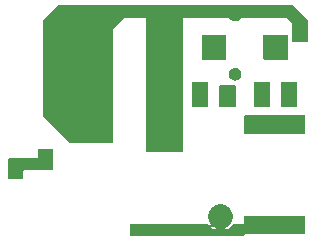
<source format=gbs>
%TF.GenerationSoftware,KiCad,Pcbnew,9.0.1-129-g6cd3a802a7*%
%TF.CreationDate,2025-04-11T10:19:03+02:00*%
%TF.ProjectId,LowCapacitanceProbe,4c6f7743-6170-4616-9369-74616e636550,1.0.0*%
%TF.SameCoordinates,PX58de3e8PY4a08a30*%
%TF.FileFunction,Soldermask,Bot*%
%TF.FilePolarity,Negative*%
%FSLAX45Y45*%
G04 Gerber Fmt 4.5, Leading zero omitted, Abs format (unit mm)*
G04 Created by KiCad (PCBNEW 9.0.1-129-g6cd3a802a7) date 2025-04-11 10:19:03*
%MOMM*%
%LPD*%
G01*
G04 APERTURE LIST*
G04 APERTURE END LIST*
G36*
X1840582Y266300D02*
G01*
X1841674Y266300D01*
X1845941Y265452D01*
X1855724Y263902D01*
X1858871Y262880D01*
X1861631Y262330D01*
X1865527Y260717D01*
X1871211Y258870D01*
X1876536Y256157D01*
X1880431Y254543D01*
X1882771Y252980D01*
X1885719Y251478D01*
X1893733Y245655D01*
X1897350Y243238D01*
X1898122Y242466D01*
X1898893Y241907D01*
X1910406Y230393D01*
X1910966Y229622D01*
X1911738Y228850D01*
X1914155Y225233D01*
X1919978Y217219D01*
X1921480Y214271D01*
X1923043Y211931D01*
X1924657Y208036D01*
X1927370Y202711D01*
X1929216Y197028D01*
X1930830Y193131D01*
X1931379Y190371D01*
X1932402Y187224D01*
X1933951Y177441D01*
X1934800Y173174D01*
X1934800Y172082D01*
X1934949Y171142D01*
X1934949Y154859D01*
X1934800Y153918D01*
X1934800Y152826D01*
X1933951Y148558D01*
X1932402Y138776D01*
X1931380Y135630D01*
X1930830Y132869D01*
X1929216Y128972D01*
X1927370Y123289D01*
X1924657Y117965D01*
X1923043Y114069D01*
X1921480Y111729D01*
X1919978Y108781D01*
X1914156Y100769D01*
X1911738Y97150D01*
X1910966Y96378D01*
X1910406Y95607D01*
X1898893Y84094D01*
X1898122Y83534D01*
X1897350Y82762D01*
X1893732Y80344D01*
X1885719Y74522D01*
X1882771Y73020D01*
X1880431Y71457D01*
X1876536Y69843D01*
X1870624Y66831D01*
X1874305Y51500D01*
X1894569Y51500D01*
X1898244Y53022D01*
X1942180Y96958D01*
X1942180Y96959D01*
X1943111Y97889D01*
X1945521Y98888D01*
X1946265Y99317D01*
X1946695Y99374D01*
X1947000Y99500D01*
X2023000Y99500D01*
X2025412Y98501D01*
X2027275Y98002D01*
X2035100Y104006D01*
X2035100Y164015D01*
X2035100Y165000D01*
X2035389Y166454D01*
X2036213Y167687D01*
X2037446Y168511D01*
X2038900Y168800D01*
X2546900Y168800D01*
X2548354Y168511D01*
X2549587Y167687D01*
X2550411Y166454D01*
X2550700Y165000D01*
X2550700Y15000D01*
X2550411Y13546D01*
X2549587Y12313D01*
X2548354Y11489D01*
X2546900Y11200D01*
X2038900Y11200D01*
X2038899Y11200D01*
X2038358Y11200D01*
X2032500Y5342D01*
X2032500Y0D01*
X2031501Y-2413D01*
X2031457Y-2574D01*
X2031417Y-2614D01*
X2030889Y-3889D01*
X2029614Y-4417D01*
X2029574Y-4458D01*
X2029413Y-4501D01*
X2027000Y-5500D01*
X2025683Y-5500D01*
X1068317Y-5500D01*
X1067000Y-5500D01*
X1064587Y-4501D01*
X1064426Y-4458D01*
X1064386Y-4417D01*
X1063111Y-3889D01*
X1062583Y-2614D01*
X1062542Y-2574D01*
X1062499Y-2412D01*
X1061500Y0D01*
X1061500Y70986D01*
X1750792Y70986D01*
X1768756Y53022D01*
X1772431Y51500D01*
X1788695Y51500D01*
X1792376Y66831D01*
X1786463Y69844D01*
X1782569Y71457D01*
X1780229Y73020D01*
X1777281Y74522D01*
X1769267Y80345D01*
X1765650Y82762D01*
X1764878Y83534D01*
X1762799Y85044D01*
X1750792Y70986D01*
X1061500Y70986D01*
X1061500Y90000D01*
X1062499Y92412D01*
X1062542Y92574D01*
X1062583Y92614D01*
X1063111Y93889D01*
X1064386Y94417D01*
X1064426Y94458D01*
X1064588Y94501D01*
X1067000Y95500D01*
X1724000Y95500D01*
X1726412Y94501D01*
X1727241Y94279D01*
X1727584Y94016D01*
X1727889Y93889D01*
X1739486Y82293D01*
X1753544Y94299D01*
X1752033Y96378D01*
X1751261Y97150D01*
X1748845Y100767D01*
X1743022Y108781D01*
X1741520Y111729D01*
X1739957Y114069D01*
X1738343Y117964D01*
X1735630Y123289D01*
X1733783Y128973D01*
X1732170Y132869D01*
X1731620Y135629D01*
X1730598Y138776D01*
X1729048Y148559D01*
X1728200Y152826D01*
X1728200Y153918D01*
X1728051Y154859D01*
X1728051Y171142D01*
X1728200Y172082D01*
X1728200Y173174D01*
X1729048Y177440D01*
X1730598Y187224D01*
X1731620Y190371D01*
X1732170Y193131D01*
X1733783Y197027D01*
X1735630Y202711D01*
X1738343Y208037D01*
X1739957Y211931D01*
X1741520Y214270D01*
X1743022Y217219D01*
X1748845Y225234D01*
X1751261Y228850D01*
X1752033Y229622D01*
X1752593Y230393D01*
X1764107Y241907D01*
X1764878Y242467D01*
X1765650Y243238D01*
X1769266Y245654D01*
X1777281Y251478D01*
X1780230Y252980D01*
X1782569Y254543D01*
X1786463Y256157D01*
X1791789Y258870D01*
X1797473Y260717D01*
X1801368Y262330D01*
X1804128Y262880D01*
X1807276Y263902D01*
X1817059Y265452D01*
X1821326Y266300D01*
X1822418Y266300D01*
X1823358Y266449D01*
X1839641Y266449D01*
X1840582Y266300D01*
G37*
G36*
X405238Y732559D02*
G01*
X410526Y729026D01*
X414059Y723738D01*
X415300Y717500D01*
X415300Y631000D01*
X415300Y581000D01*
X414535Y574406D01*
X413905Y572979D01*
X413772Y572139D01*
X411988Y568638D01*
X410260Y564724D01*
X409717Y564182D01*
X409699Y564145D01*
X403355Y557801D01*
X403318Y557783D01*
X402776Y557240D01*
X398861Y555512D01*
X395361Y553728D01*
X394521Y553595D01*
X393094Y552965D01*
X386500Y552200D01*
X167158Y552200D01*
X161300Y546342D01*
X161300Y494500D01*
X160059Y488262D01*
X156526Y482974D01*
X151238Y479441D01*
X145000Y478200D01*
X45000Y478200D01*
X38762Y479441D01*
X33474Y482974D01*
X29941Y488262D01*
X28700Y494500D01*
X28700Y594500D01*
X28700Y630213D01*
X28700Y631000D01*
X29465Y637594D01*
X30095Y639021D01*
X30228Y639861D01*
X32013Y643364D01*
X33740Y647276D01*
X34282Y647818D01*
X34301Y647855D01*
X40645Y654199D01*
X40682Y654218D01*
X41224Y654760D01*
X45136Y656488D01*
X48639Y658272D01*
X49479Y658405D01*
X50906Y659035D01*
X57500Y659800D01*
X276842Y659800D01*
X282700Y665658D01*
X282700Y716515D01*
X282700Y717500D01*
X283941Y723738D01*
X287474Y729026D01*
X292762Y732559D01*
X299000Y733800D01*
X399000Y733800D01*
X405238Y732559D01*
G37*
G36*
X2446412Y1948001D02*
G01*
X2447241Y1947779D01*
X2447584Y1947516D01*
X2447889Y1947389D01*
X2570889Y1824389D01*
X2571888Y1821978D01*
X2572317Y1821235D01*
X2572373Y1820805D01*
X2572500Y1820500D01*
X2572500Y1641000D01*
X2571501Y1638587D01*
X2571458Y1638426D01*
X2571417Y1638386D01*
X2570889Y1637111D01*
X2569614Y1636583D01*
X2569574Y1636542D01*
X2569413Y1636499D01*
X2567000Y1635500D01*
X2565683Y1635500D01*
X2443317Y1635500D01*
X2442000Y1635500D01*
X2439587Y1636499D01*
X2439426Y1636542D01*
X2439386Y1636583D01*
X2438111Y1637111D01*
X2437583Y1638386D01*
X2437542Y1638426D01*
X2437499Y1638588D01*
X2436500Y1641000D01*
X2436500Y1799944D01*
X2434978Y1803619D01*
X2396119Y1842478D01*
X2392444Y1844000D01*
X2007976Y1844000D01*
X2003557Y1841638D01*
X1999651Y1835792D01*
X1998182Y1833249D01*
X1997486Y1832552D01*
X1997050Y1831900D01*
X1989600Y1824449D01*
X1988948Y1824014D01*
X1988251Y1823318D01*
X1985707Y1821849D01*
X1980838Y1818595D01*
X1978127Y1817472D01*
X1976088Y1816295D01*
X1973814Y1815686D01*
X1971103Y1814563D01*
X1965359Y1813420D01*
X1962522Y1812660D01*
X1961538Y1812660D01*
X1960768Y1812507D01*
X1950232Y1812507D01*
X1949462Y1812660D01*
X1948478Y1812660D01*
X1945641Y1813420D01*
X1939896Y1814563D01*
X1937185Y1815686D01*
X1934912Y1816295D01*
X1932873Y1817472D01*
X1930162Y1818595D01*
X1925292Y1821849D01*
X1922749Y1823318D01*
X1922052Y1824014D01*
X1921400Y1824449D01*
X1913949Y1831900D01*
X1913514Y1832553D01*
X1912818Y1833249D01*
X1911349Y1835791D01*
X1907443Y1841638D01*
X1903024Y1844000D01*
X1516358Y1844000D01*
X1510500Y1838142D01*
X1510500Y712300D01*
X1510119Y710387D01*
X1509587Y709854D01*
X1509494Y709631D01*
X1508169Y708305D01*
X1507946Y708213D01*
X1507413Y707681D01*
X1505500Y707300D01*
X1505008Y707300D01*
X1205992Y707300D01*
X1205500Y707300D01*
X1203587Y707681D01*
X1203054Y708213D01*
X1202831Y708305D01*
X1201505Y709631D01*
X1201413Y709854D01*
X1200881Y710387D01*
X1200500Y712300D01*
X1200500Y1838142D01*
X1194642Y1844000D01*
X1020431Y1844000D01*
X1016756Y1842478D01*
X925022Y1750744D01*
X923500Y1747069D01*
X923500Y790000D01*
X922501Y787587D01*
X922457Y787426D01*
X922417Y787386D01*
X921889Y786111D01*
X920614Y785583D01*
X920574Y785542D01*
X920413Y785499D01*
X918000Y784500D01*
X916683Y784500D01*
X557314Y784500D01*
X555997Y784500D01*
X553585Y785499D01*
X552759Y785720D01*
X552418Y785982D01*
X552108Y786111D01*
X552104Y786115D01*
X327545Y1011115D01*
X326544Y1013534D01*
X326119Y1014273D01*
X326063Y1014698D01*
X325938Y1015001D01*
X325938Y1017687D01*
X326110Y1819045D01*
X326110Y1819045D01*
X326110Y1820361D01*
X327110Y1822775D01*
X327332Y1823602D01*
X327595Y1823945D01*
X327721Y1824249D01*
X328184Y1824712D01*
X328184Y1824713D01*
X449930Y1946458D01*
X449930Y1946459D01*
X450861Y1947389D01*
X453271Y1948388D01*
X454015Y1948817D01*
X454445Y1948874D01*
X454750Y1949000D01*
X2444000Y1949000D01*
X2446412Y1948001D01*
G37*
G36*
X2548354Y1018511D02*
G01*
X2549587Y1017687D01*
X2550411Y1016454D01*
X2550700Y1015000D01*
X2550700Y865000D01*
X2550411Y863546D01*
X2549587Y862313D01*
X2548354Y861489D01*
X2546900Y861200D01*
X2038900Y861200D01*
X2037446Y861489D01*
X2036213Y862313D01*
X2035389Y863546D01*
X2035100Y865000D01*
X2035100Y1015000D01*
X2035389Y1016454D01*
X2036213Y1017687D01*
X2037446Y1018511D01*
X2038900Y1018800D01*
X2546900Y1018800D01*
X2548354Y1018511D01*
G37*
G36*
X1727954Y1297511D02*
G01*
X1729187Y1296687D01*
X1730011Y1295454D01*
X1730300Y1294000D01*
X1730300Y1094000D01*
X1730011Y1092546D01*
X1729187Y1091313D01*
X1727954Y1090489D01*
X1726500Y1090200D01*
X1596500Y1090200D01*
X1595046Y1090489D01*
X1593813Y1091313D01*
X1592989Y1092546D01*
X1592700Y1094000D01*
X1592700Y1294000D01*
X1592989Y1295454D01*
X1593813Y1296687D01*
X1595046Y1297511D01*
X1596500Y1297800D01*
X1726500Y1297800D01*
X1727954Y1297511D01*
G37*
G36*
X1957954Y1270511D02*
G01*
X1959187Y1269687D01*
X1960011Y1268454D01*
X1960300Y1267000D01*
X1960300Y1094000D01*
X1960011Y1092546D01*
X1959187Y1091313D01*
X1957954Y1090489D01*
X1956500Y1090200D01*
X1826500Y1090200D01*
X1825046Y1090489D01*
X1823813Y1091313D01*
X1822989Y1092546D01*
X1822700Y1094000D01*
X1822700Y1267000D01*
X1822989Y1268454D01*
X1823813Y1269687D01*
X1825046Y1270511D01*
X1826500Y1270800D01*
X1956500Y1270800D01*
X1957954Y1270511D01*
G37*
G36*
X2250954Y1297511D02*
G01*
X2252187Y1296687D01*
X2253011Y1295454D01*
X2253300Y1294000D01*
X2253300Y1094000D01*
X2253011Y1092546D01*
X2252187Y1091313D01*
X2250954Y1090489D01*
X2249500Y1090200D01*
X2119500Y1090200D01*
X2118046Y1090489D01*
X2116813Y1091313D01*
X2115989Y1092546D01*
X2115700Y1094000D01*
X2115700Y1294000D01*
X2115989Y1295454D01*
X2116813Y1296687D01*
X2118046Y1297511D01*
X2119500Y1297800D01*
X2249500Y1297800D01*
X2250954Y1297511D01*
G37*
G36*
X2480954Y1297511D02*
G01*
X2482187Y1296687D01*
X2483011Y1295454D01*
X2483300Y1294000D01*
X2483300Y1094000D01*
X2483011Y1092546D01*
X2482187Y1091313D01*
X2480954Y1090489D01*
X2479500Y1090200D01*
X2349500Y1090200D01*
X2348046Y1090489D01*
X2346813Y1091313D01*
X2345989Y1092546D01*
X2345700Y1094000D01*
X2345700Y1294000D01*
X2345989Y1295454D01*
X2346813Y1296687D01*
X2348046Y1297511D01*
X2349500Y1297800D01*
X2479500Y1297800D01*
X2480954Y1297511D01*
G37*
G36*
X1961538Y1419340D02*
G01*
X1962522Y1419340D01*
X1965358Y1418580D01*
X1971103Y1417437D01*
X1973815Y1416314D01*
X1976088Y1415705D01*
X1978126Y1414528D01*
X1980838Y1413405D01*
X1985709Y1410150D01*
X1988251Y1408682D01*
X1988947Y1407986D01*
X1989600Y1407551D01*
X1997050Y1400100D01*
X1997486Y1399448D01*
X1998182Y1398751D01*
X1999651Y1396208D01*
X2002905Y1391338D01*
X2004028Y1388627D01*
X2005205Y1386588D01*
X2005814Y1384315D01*
X2006937Y1381604D01*
X2008080Y1375859D01*
X2008840Y1373022D01*
X2008840Y1372038D01*
X2008993Y1371268D01*
X2008993Y1360732D01*
X2008840Y1359962D01*
X2008840Y1358978D01*
X2008079Y1356141D01*
X2006937Y1350397D01*
X2005814Y1347686D01*
X2005205Y1345412D01*
X2004028Y1343373D01*
X2002905Y1340662D01*
X1999651Y1335793D01*
X1998182Y1333249D01*
X1997486Y1332552D01*
X1997050Y1331900D01*
X1989600Y1324450D01*
X1988948Y1324014D01*
X1988251Y1323318D01*
X1985707Y1321849D01*
X1980838Y1318595D01*
X1978127Y1317472D01*
X1976088Y1316295D01*
X1973814Y1315686D01*
X1971103Y1314563D01*
X1965359Y1313421D01*
X1962522Y1312660D01*
X1961538Y1312660D01*
X1960768Y1312507D01*
X1950232Y1312507D01*
X1949462Y1312660D01*
X1948478Y1312660D01*
X1945641Y1313421D01*
X1939896Y1314563D01*
X1937185Y1315686D01*
X1934912Y1316295D01*
X1932873Y1317472D01*
X1930162Y1318595D01*
X1925292Y1321849D01*
X1922749Y1323318D01*
X1922052Y1324014D01*
X1921400Y1324450D01*
X1913949Y1331900D01*
X1913514Y1332553D01*
X1912818Y1333249D01*
X1911349Y1335791D01*
X1908095Y1340662D01*
X1906972Y1343374D01*
X1905795Y1345412D01*
X1905186Y1347685D01*
X1904063Y1350397D01*
X1902920Y1356142D01*
X1902160Y1358978D01*
X1902160Y1359962D01*
X1902007Y1360732D01*
X1902007Y1371268D01*
X1902160Y1372038D01*
X1902160Y1373022D01*
X1902920Y1375858D01*
X1904063Y1381604D01*
X1905186Y1384315D01*
X1905795Y1386588D01*
X1906972Y1388626D01*
X1908095Y1391338D01*
X1911350Y1396210D01*
X1912818Y1398751D01*
X1913513Y1399447D01*
X1913949Y1400100D01*
X1921400Y1407551D01*
X1922053Y1407987D01*
X1922749Y1408682D01*
X1925290Y1410150D01*
X1930162Y1413405D01*
X1932874Y1414528D01*
X1934912Y1415705D01*
X1937185Y1416314D01*
X1939896Y1417437D01*
X1945641Y1418580D01*
X1948478Y1419340D01*
X1949462Y1419340D01*
X1950232Y1419493D01*
X1960768Y1419493D01*
X1961538Y1419340D01*
G37*
G36*
X1877954Y1697511D02*
G01*
X1879187Y1696687D01*
X1880011Y1695454D01*
X1880300Y1694000D01*
X1880300Y1494000D01*
X1880011Y1492546D01*
X1879187Y1491313D01*
X1877954Y1490489D01*
X1876500Y1490200D01*
X1676500Y1490200D01*
X1675046Y1490489D01*
X1673813Y1491313D01*
X1672989Y1492546D01*
X1672700Y1494000D01*
X1672700Y1694000D01*
X1672989Y1695454D01*
X1673813Y1696687D01*
X1675046Y1697511D01*
X1676500Y1697800D01*
X1876500Y1697800D01*
X1877954Y1697511D01*
G37*
G36*
X2400954Y1697511D02*
G01*
X2402187Y1696687D01*
X2403011Y1695454D01*
X2403300Y1694000D01*
X2403300Y1494000D01*
X2403011Y1492546D01*
X2402187Y1491313D01*
X2400954Y1490489D01*
X2399500Y1490200D01*
X2199500Y1490200D01*
X2198046Y1490489D01*
X2196813Y1491313D01*
X2195989Y1492546D01*
X2195700Y1494000D01*
X2195700Y1694000D01*
X2195989Y1695454D01*
X2196813Y1696687D01*
X2198046Y1697511D01*
X2199500Y1697800D01*
X2399500Y1697800D01*
X2400954Y1697511D01*
G37*
M02*

</source>
